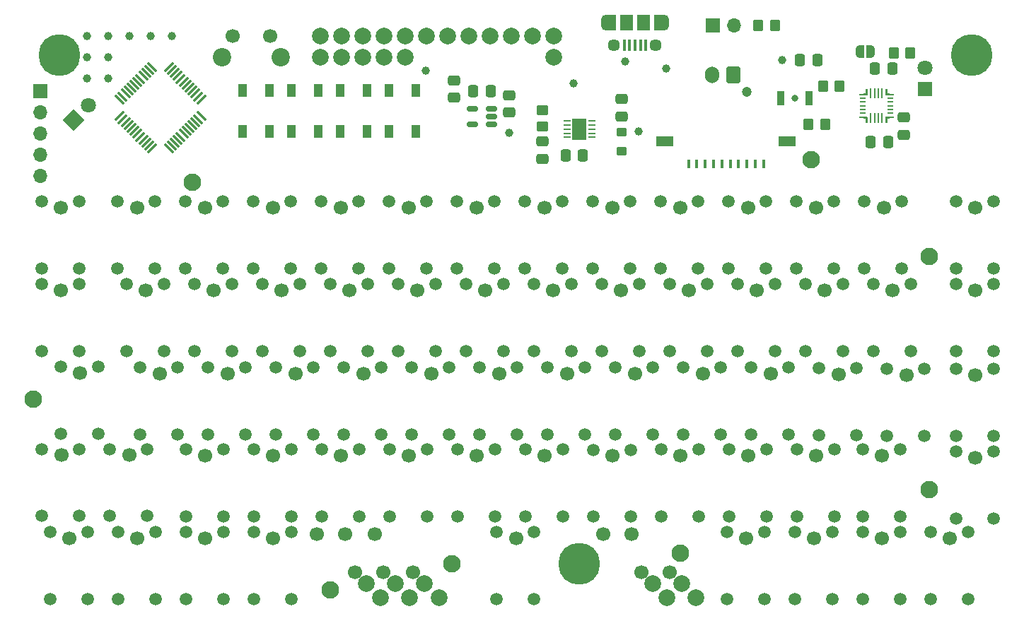
<source format=gbr>
%TF.GenerationSoftware,KiCad,Pcbnew,6.0.0-rc1-unknown-d76c6bc884~144~ubuntu21.10.1*%
%TF.CreationDate,2021-11-30T16:14:45+00:00*%
%TF.ProjectId,tad2_bottom,74616432-5f62-46f7-9474-6f6d2e6b6963,rev?*%
%TF.SameCoordinates,Original*%
%TF.FileFunction,Soldermask,Top*%
%TF.FilePolarity,Negative*%
%FSLAX46Y46*%
G04 Gerber Fmt 4.6, Leading zero omitted, Abs format (unit mm)*
G04 Created by KiCad (PCBNEW 6.0.0-rc1-unknown-d76c6bc884~144~ubuntu21.10.1) date 2021-11-30 16:14:45*
%MOMM*%
%LPD*%
G01*
G04 APERTURE LIST*
G04 Aperture macros list*
%AMRoundRect*
0 Rectangle with rounded corners*
0 $1 Rounding radius*
0 $2 $3 $4 $5 $6 $7 $8 $9 X,Y pos of 4 corners*
0 Add a 4 corners polygon primitive as box body*
4,1,4,$2,$3,$4,$5,$6,$7,$8,$9,$2,$3,0*
0 Add four circle primitives for the rounded corners*
1,1,$1+$1,$2,$3*
1,1,$1+$1,$4,$5*
1,1,$1+$1,$6,$7*
1,1,$1+$1,$8,$9*
0 Add four rect primitives between the rounded corners*
20,1,$1+$1,$2,$3,$4,$5,0*
20,1,$1+$1,$4,$5,$6,$7,0*
20,1,$1+$1,$6,$7,$8,$9,0*
20,1,$1+$1,$8,$9,$2,$3,0*%
%AMRotRect*
0 Rectangle, with rotation*
0 The origin of the aperture is its center*
0 $1 length*
0 $2 width*
0 $3 Rotation angle, in degrees counterclockwise*
0 Add horizontal line*
21,1,$1,$2,0,0,$3*%
%AMFreePoly0*
4,1,26,0.100004,0.512504,0.100005,0.512500,0.100005,-0.406498,0.100006,-0.406500,0.100004,-0.406502,0.100004,-0.406504,0.100003,-0.406504,-0.005996,-0.512504,-0.006000,-0.512506,-0.006002,-0.512505,-0.700000,-0.512505,-0.700004,-0.512504,-0.700005,-0.512500,-0.700005,-0.287500,-0.700004,-0.287496,-0.700000,-0.287495,-0.200005,-0.287495,-0.200005,0.012500,-0.200004,0.012504,-0.200000,0.012505,
-0.100005,0.012505,-0.100005,0.512500,-0.100004,0.512504,-0.100000,0.512505,0.100000,0.512505,0.100004,0.512504,0.100004,0.512504,$1*%
%AMFreePoly1*
4,1,21,0.100004,0.512504,0.100005,0.512500,0.100005,0.012505,0.200000,0.012505,0.200004,0.012504,0.200005,0.012500,0.200005,-0.287495,0.700000,-0.287495,0.700004,-0.287496,0.700005,-0.287500,0.700005,-0.512500,0.700004,-0.512504,0.700000,-0.512505,-0.100000,-0.512505,-0.100004,-0.512504,-0.100005,-0.512500,-0.100005,0.512500,-0.100004,0.512504,-0.100000,0.512505,0.100000,0.512505,
0.100004,0.512504,0.100004,0.512504,$1*%
%AMFreePoly2*
4,1,21,0.100004,0.512504,0.100005,0.512500,0.100005,-0.512500,0.100004,-0.512504,0.100000,-0.512505,-0.700000,-0.512505,-0.700004,-0.512504,-0.700005,-0.512500,-0.700005,-0.287500,-0.700004,-0.287496,-0.700000,-0.287495,-0.200005,-0.287495,-0.200005,0.012500,-0.200004,0.012504,-0.200000,0.012505,-0.100005,0.012505,-0.100005,0.512500,-0.100004,0.512504,-0.100000,0.512505,0.100000,0.512505,
0.100004,0.512504,0.100004,0.512504,$1*%
%AMFreePoly3*
4,1,22,0.500000,-0.750000,0.000000,-0.750000,0.000000,-0.745033,-0.079941,-0.743568,-0.215256,-0.701293,-0.333266,-0.622738,-0.424486,-0.514219,-0.481581,-0.384460,-0.499164,-0.250000,-0.500000,-0.250000,-0.500000,0.250000,-0.499164,0.250000,-0.499963,0.256109,-0.478152,0.396186,-0.417904,0.524511,-0.324060,0.630769,-0.204165,0.706417,-0.067858,0.745374,0.000000,0.744959,0.000000,0.750000,
0.500000,0.750000,0.500000,-0.750000,0.500000,-0.750000,$1*%
%AMFreePoly4*
4,1,20,0.000000,0.744959,0.073905,0.744508,0.209726,0.703889,0.328688,0.626782,0.421226,0.519385,0.479903,0.390333,0.500000,0.250000,0.500000,-0.250000,0.499851,-0.262216,0.476331,-0.402017,0.414519,-0.529596,0.319384,-0.634700,0.198574,-0.708877,0.061801,-0.746166,0.000000,-0.745033,0.000000,-0.750000,-0.500000,-0.750000,-0.500000,0.750000,0.000000,0.750000,0.000000,0.744959,
0.000000,0.744959,$1*%
G04 Aperture macros list end*
%ADD10RoundRect,0.250000X0.475000X-0.337500X0.475000X0.337500X-0.475000X0.337500X-0.475000X-0.337500X0*%
%ADD11C,1.500000*%
%ADD12C,1.700000*%
%ADD13R,1.700000X1.700000*%
%ADD14O,1.700000X1.700000*%
%ADD15C,2.000000*%
%ADD16R,1.000000X1.500000*%
%ADD17C,1.000000*%
%ADD18R,0.400000X1.000000*%
%ADD19R,2.000000X1.300000*%
%ADD20RoundRect,0.075000X0.415425X0.521491X-0.521491X-0.415425X-0.415425X-0.521491X0.521491X0.415425X0*%
%ADD21RoundRect,0.075000X-0.415425X0.521491X-0.521491X0.415425X0.415425X-0.521491X0.521491X-0.415425X0*%
%ADD22C,2.100000*%
%ADD23RoundRect,0.250000X-0.350000X-0.450000X0.350000X-0.450000X0.350000X0.450000X-0.350000X0.450000X0*%
%ADD24RoundRect,0.150000X0.512500X0.150000X-0.512500X0.150000X-0.512500X-0.150000X0.512500X-0.150000X0*%
%ADD25RoundRect,0.250000X0.350000X0.450000X-0.350000X0.450000X-0.350000X-0.450000X0.350000X-0.450000X0*%
%ADD26C,2.200000*%
%ADD27RoundRect,0.250000X-0.475000X0.337500X-0.475000X-0.337500X0.475000X-0.337500X0.475000X0.337500X0*%
%ADD28C,5.000000*%
%ADD29R,0.400000X1.350000*%
%ADD30R,1.200000X1.900000*%
%ADD31C,1.450000*%
%ADD32O,1.200000X1.900000*%
%ADD33R,1.500000X1.900000*%
%ADD34C,0.800000*%
%ADD35R,0.900000X1.700000*%
%ADD36RotRect,1.800000X1.800000X45.000000*%
%ADD37C,1.800000*%
%ADD38RoundRect,0.062500X0.350000X0.062500X-0.350000X0.062500X-0.350000X-0.062500X0.350000X-0.062500X0*%
%ADD39R,1.700000X2.500000*%
%ADD40FreePoly0,90.000000*%
%ADD41R,0.200000X1.200000*%
%ADD42FreePoly1,270.000000*%
%ADD43R,0.800000X0.200000*%
%ADD44FreePoly2,270.000000*%
%ADD45FreePoly1,90.000000*%
%ADD46FreePoly3,0.000000*%
%ADD47FreePoly4,0.000000*%
%ADD48RoundRect,0.250000X0.350000X-0.275000X0.350000X0.275000X-0.350000X0.275000X-0.350000X-0.275000X0*%
%ADD49RoundRect,0.250000X-0.337500X-0.475000X0.337500X-0.475000X0.337500X0.475000X-0.337500X0.475000X0*%
%ADD50R,1.800000X1.800000*%
%ADD51RoundRect,0.250000X0.337500X0.475000X-0.337500X0.475000X-0.337500X-0.475000X0.337500X-0.475000X0*%
%ADD52RoundRect,0.250000X0.450000X-0.350000X0.450000X0.350000X-0.450000X0.350000X-0.450000X-0.350000X0*%
%ADD53C,1.200000*%
%ADD54RoundRect,0.250000X0.600000X0.750000X-0.600000X0.750000X-0.600000X-0.750000X0.600000X-0.750000X0*%
%ADD55O,1.700000X2.000000*%
G04 APERTURE END LIST*
D10*
%TO.C,C8*%
X93218000Y-107260300D03*
X93218000Y-105185300D03*
%TD*%
D11*
%TO.C,S_'1*%
X130248000Y-137899000D03*
X134748000Y-145899000D03*
X134748000Y-137899000D03*
X130248000Y-145899000D03*
D12*
X132600500Y-138613000D03*
%TD*%
D11*
%TO.C,S_;1*%
X122120000Y-137795000D03*
X126620000Y-145795000D03*
X126620000Y-137795000D03*
X122120000Y-145795000D03*
D12*
X124472500Y-138509000D03*
%TD*%
D11*
%TO.C,S_ENTER1*%
X146666000Y-137975000D03*
X151166000Y-145975000D03*
X151166000Y-137975000D03*
X146666000Y-145975000D03*
D12*
X149018500Y-138689000D03*
%TD*%
D13*
%TO.C,J4*%
X37033200Y-104698800D03*
D14*
X37033200Y-107238800D03*
X37033200Y-109778800D03*
X37033200Y-112318800D03*
X37033200Y-114858800D03*
%TD*%
D15*
%TO.C,*%
X98552000Y-98094800D03*
%TD*%
D16*
%TO.C,D3*%
X67107000Y-109511000D03*
X70307000Y-109511000D03*
X70307000Y-104611000D03*
X67107000Y-104611000D03*
%TD*%
D15*
%TO.C,*%
X73152000Y-98094800D03*
%TD*%
D17*
%TO.C,BATV*%
X108661200Y-109524800D03*
%TD*%
D11*
%TO.C,S_MAC1*%
X143618000Y-157533000D03*
X148118000Y-165533000D03*
X148118000Y-157533000D03*
X143618000Y-165533000D03*
D12*
X145970500Y-158247000D03*
%TD*%
D18*
%TO.C,J1*%
X123652000Y-113424800D03*
X122652000Y-113424800D03*
X121652000Y-113424800D03*
X120652000Y-113424800D03*
X119652000Y-113424800D03*
X118652000Y-113424800D03*
X117652000Y-113424800D03*
X116652000Y-113424800D03*
X115652000Y-113424800D03*
X114652000Y-113424800D03*
D19*
X126452000Y-110724800D03*
X111852000Y-110724800D03*
%TD*%
D11*
%TO.C,S_O1*%
X112376000Y-127815000D03*
X116876000Y-135815000D03*
X116876000Y-127815000D03*
X112376000Y-135815000D03*
D12*
X114728500Y-128529000D03*
%TD*%
D11*
%TO.C,S_[1*%
X128632000Y-127815000D03*
X133132000Y-127815000D03*
X133132000Y-135815000D03*
X128632000Y-135815000D03*
D12*
X130984500Y-128529000D03*
%TD*%
D20*
%TO.C,U1*%
X56322876Y-105681212D03*
X55969322Y-105327658D03*
X55615769Y-104974105D03*
X55262215Y-104620551D03*
X54908662Y-104266998D03*
X54555109Y-103913445D03*
X54201555Y-103559891D03*
X53848002Y-103206338D03*
X53494449Y-102852785D03*
X53140895Y-102499231D03*
X52787342Y-102145678D03*
X52433788Y-101792124D03*
D21*
X50436212Y-101792124D03*
X50082658Y-102145678D03*
X49729105Y-102499231D03*
X49375551Y-102852785D03*
X49021998Y-103206338D03*
X48668445Y-103559891D03*
X48314891Y-103913445D03*
X47961338Y-104266998D03*
X47607785Y-104620551D03*
X47254231Y-104974105D03*
X46900678Y-105327658D03*
X46547124Y-105681212D03*
D20*
X46547124Y-107678788D03*
X46900678Y-108032342D03*
X47254231Y-108385895D03*
X47607785Y-108739449D03*
X47961338Y-109093002D03*
X48314891Y-109446555D03*
X48668445Y-109800109D03*
X49021998Y-110153662D03*
X49375551Y-110507215D03*
X49729105Y-110860769D03*
X50082658Y-111214322D03*
X50436212Y-111567876D03*
D21*
X52433788Y-111567876D03*
X52787342Y-111214322D03*
X53140895Y-110860769D03*
X53494449Y-110507215D03*
X53848002Y-110153662D03*
X54201555Y-109800109D03*
X54555109Y-109446555D03*
X54908662Y-109093002D03*
X55262215Y-108739449D03*
X55615769Y-108385895D03*
X55969322Y-108032342D03*
X56322876Y-107678788D03*
%TD*%
D22*
%TO.C,H8*%
X143510000Y-124460000D03*
%TD*%
%TO.C,H6*%
X86360000Y-161290000D03*
%TD*%
D11*
%TO.C,S_TAB1*%
X37192000Y-127815000D03*
X41692000Y-127815000D03*
X41692000Y-135815000D03*
X37192000Y-135815000D03*
D12*
X39544500Y-128529000D03*
%TD*%
D11*
%TO.C,S_8*%
X103160000Y-117909000D03*
X107660000Y-117909000D03*
X107660000Y-125909000D03*
X103160000Y-125909000D03*
D12*
X105512500Y-118623000D03*
%TD*%
D11*
%TO.C,S_+1*%
X135672000Y-117909000D03*
X140172000Y-125909000D03*
X140172000Y-117909000D03*
X135672000Y-125909000D03*
D12*
X138024500Y-118623000D03*
%TD*%
D11*
%TO.C,S_3*%
X62520000Y-117909000D03*
X67020000Y-117909000D03*
X67020000Y-125909000D03*
X62520000Y-125909000D03*
D12*
X64872500Y-118623000D03*
%TD*%
D11*
%TO.C,S_RSH1*%
X146666000Y-147881000D03*
X151166000Y-155881000D03*
X151166000Y-147881000D03*
X146666000Y-155881000D03*
D12*
X149018500Y-148595000D03*
%TD*%
D11*
%TO.C,S_X1*%
X62592000Y-147627000D03*
X67092000Y-147627000D03*
X67092000Y-155627000D03*
X62592000Y-155627000D03*
D12*
X64944500Y-148341000D03*
%TD*%
D17*
%TO.C,TP4*%
X125857000Y-100965000D03*
%TD*%
D15*
%TO.C,*%
X88392000Y-98094800D03*
%TD*%
D11*
%TO.C,S_I1*%
X104248000Y-127815000D03*
X108748000Y-135815000D03*
X108748000Y-127815000D03*
X104248000Y-135815000D03*
D12*
X106600500Y-128529000D03*
%TD*%
D11*
%TO.C,S_D1*%
X65224000Y-137795000D03*
X69724000Y-145795000D03*
X69724000Y-137795000D03*
X65224000Y-145795000D03*
D12*
X67576500Y-138509000D03*
%TD*%
D15*
%TO.C,*%
X73152000Y-100634800D03*
%TD*%
D11*
%TO.C,S_CTR1*%
X39478000Y-137721000D03*
X43978000Y-137721000D03*
X43978000Y-145721000D03*
X39478000Y-145721000D03*
D12*
X41830500Y-138435000D03*
%TD*%
D11*
%TO.C,S_L1*%
X113992000Y-137795000D03*
X118492000Y-145795000D03*
X118492000Y-137795000D03*
X113992000Y-145795000D03*
D12*
X116344500Y-138509000D03*
%TD*%
D11*
%TO.C,S_J1*%
X97736000Y-137795000D03*
X102236000Y-145795000D03*
X102236000Y-137795000D03*
X97736000Y-145795000D03*
D12*
X100088500Y-138509000D03*
%TD*%
D15*
%TO.C,*%
X96012000Y-98094800D03*
%TD*%
D11*
%TO.C,S_T1*%
X79864000Y-127815000D03*
X84364000Y-127815000D03*
X84364000Y-135815000D03*
X79864000Y-135815000D03*
D12*
X82216500Y-128529000D03*
%TD*%
D23*
%TO.C,R2*%
X129032000Y-108634800D03*
X131032000Y-108634800D03*
%TD*%
D11*
%TO.C,S_2*%
X54392000Y-117917000D03*
X58892000Y-117917000D03*
X58892000Y-125917000D03*
X54392000Y-125917000D03*
D12*
X56744500Y-118631000D03*
%TD*%
D15*
%TO.C,*%
X93472000Y-98094800D03*
%TD*%
D11*
%TO.C,S_SPC1*%
X91640000Y-157533000D03*
X96140000Y-165533000D03*
X96140000Y-157533000D03*
X91640000Y-165533000D03*
D12*
X93992500Y-158247000D03*
%TD*%
D11*
%TO.C,S_LSH1*%
X37212000Y-147574000D03*
X41712000Y-155574000D03*
X41712000Y-147574000D03*
X37212000Y-155574000D03*
D12*
X39564500Y-148288000D03*
%TD*%
D11*
%TO.C,S_RFN1*%
X135490000Y-157533000D03*
X139990000Y-165533000D03*
X139990000Y-157533000D03*
X135490000Y-165533000D03*
D12*
X137842500Y-158247000D03*
%TD*%
D11*
%TO.C,S_\u005C1*%
X138414000Y-137975000D03*
X142914000Y-145975000D03*
X142914000Y-137975000D03*
X138414000Y-145975000D03*
D12*
X140766500Y-138689000D03*
%TD*%
D11*
%TO.C,S_1*%
X46264000Y-117909000D03*
X50764000Y-125909000D03*
X50764000Y-117909000D03*
X46264000Y-125909000D03*
D12*
X48616500Y-118623000D03*
%TD*%
D22*
%TO.C,H11*%
X71755000Y-164465000D03*
%TD*%
D17*
%TO.C,3V3*%
X52832000Y-98094800D03*
%TD*%
D24*
%TO.C,U3*%
X91053500Y-108696800D03*
X91053500Y-107746800D03*
X91053500Y-106796800D03*
X88778500Y-106796800D03*
X88778500Y-108696800D03*
%TD*%
D11*
%TO.C,S_/1*%
X127616000Y-147627000D03*
X132116000Y-147627000D03*
X132116000Y-155627000D03*
X127616000Y-155627000D03*
D12*
X129968500Y-148341000D03*
%TD*%
D11*
%TO.C,S_7*%
X95032000Y-117909000D03*
X99532000Y-125909000D03*
X99532000Y-117909000D03*
X95032000Y-125909000D03*
D12*
X97384500Y-118623000D03*
%TD*%
D16*
%TO.C,D4*%
X72949000Y-109511000D03*
X76149000Y-109511000D03*
X76149000Y-104611000D03*
X72949000Y-104611000D03*
%TD*%
D17*
%TO.C,TP14*%
X45212000Y-103174800D03*
%TD*%
D25*
%TO.C,R5*%
X125000000Y-96824800D03*
X123000000Y-96824800D03*
%TD*%
D17*
%TO.C,GND*%
X42672000Y-98094800D03*
%TD*%
D11*
%TO.C,S_P1*%
X120504000Y-127815000D03*
X125004000Y-127815000D03*
X125004000Y-135815000D03*
X120504000Y-135815000D03*
D12*
X122856500Y-128529000D03*
%TD*%
D26*
%TO.C,POWER1*%
X58821000Y-100594800D03*
X65821000Y-100594800D03*
D12*
X60071000Y-98094800D03*
X64571000Y-98094800D03*
%TD*%
D23*
%TO.C,R1*%
X139208000Y-100076000D03*
X141208000Y-100076000D03*
%TD*%
D11*
%TO.C,S_-1*%
X127544000Y-117909000D03*
X132044000Y-125909000D03*
X132044000Y-117909000D03*
X127544000Y-125909000D03*
D12*
X129896500Y-118623000D03*
%TD*%
D11*
%TO.C,S_]1*%
X136760000Y-127815000D03*
X141260000Y-127815000D03*
X141260000Y-135815000D03*
X136760000Y-135815000D03*
D12*
X139112500Y-128529000D03*
%TD*%
D15*
%TO.C,S_MB2*%
X81224154Y-165408154D03*
D12*
X78145764Y-162312087D03*
D15*
X79517905Y-163701905D03*
D12*
X73565834Y-157732156D03*
%TD*%
D27*
%TO.C,C5*%
X106680000Y-105642500D03*
X106680000Y-107717500D03*
%TD*%
D17*
%TO.C,TP15*%
X42672000Y-103174800D03*
%TD*%
%TO.C,TP12*%
X45212000Y-100634800D03*
%TD*%
%TO.C,TP13*%
X42672000Y-100634800D03*
%TD*%
%TO.C,TP1*%
X107102020Y-101089063D03*
%TD*%
D28*
%TO.C,H2*%
X148590000Y-100330000D03*
%TD*%
D11*
%TO.C,S_U1*%
X96120000Y-127815000D03*
X100620000Y-127815000D03*
X100620000Y-135815000D03*
X96120000Y-135815000D03*
D12*
X98472500Y-128529000D03*
%TD*%
D22*
%TO.C,H4*%
X36195000Y-141605000D03*
%TD*%
D29*
%TO.C,J2*%
X109550000Y-99200000D03*
X108900000Y-99200000D03*
X108250000Y-99200000D03*
X107600000Y-99200000D03*
X106950000Y-99200000D03*
D30*
X111150000Y-96500000D03*
D31*
X110750000Y-99200000D03*
D32*
X111750000Y-96500000D03*
D30*
X105350000Y-96500000D03*
D32*
X104750000Y-96500000D03*
D33*
X107250000Y-96500000D03*
X109250000Y-96500000D03*
D31*
X105750000Y-99200000D03*
%TD*%
D11*
%TO.C,S_RIG1*%
X127362000Y-157533000D03*
X131862000Y-157533000D03*
X131862000Y-165533000D03*
X127362000Y-165533000D03*
D12*
X129714500Y-158247000D03*
%TD*%
D11*
%TO.C,S_LHY1*%
X38208000Y-157533000D03*
X42708000Y-157533000D03*
X42708000Y-165533000D03*
X38208000Y-165533000D03*
D12*
X40560500Y-158247000D03*
%TD*%
D15*
%TO.C,*%
X75692000Y-100634800D03*
%TD*%
D11*
%TO.C,S_.1*%
X119488000Y-147627000D03*
X123988000Y-155627000D03*
X123988000Y-147627000D03*
X119488000Y-155627000D03*
D12*
X121840500Y-148341000D03*
%TD*%
D15*
%TO.C,*%
X98552000Y-100634800D03*
%TD*%
%TO.C,*%
X78232000Y-98094800D03*
%TD*%
%TO.C,S_MB5*%
X115514154Y-165408154D03*
D12*
X112435764Y-162312087D03*
D15*
X113807905Y-163701905D03*
D12*
X107855834Y-157732156D03*
%TD*%
D11*
%TO.C,S_4*%
X70648000Y-117909000D03*
X75148000Y-125909000D03*
X75148000Y-117909000D03*
X70648000Y-125909000D03*
D12*
X73000500Y-118623000D03*
%TD*%
D11*
%TO.C,S_C1*%
X70720000Y-147627000D03*
X75220000Y-147627000D03*
X75220000Y-155627000D03*
X70720000Y-155627000D03*
D12*
X73072500Y-148341000D03*
%TD*%
D15*
%TO.C,*%
X75692000Y-98094800D03*
%TD*%
D11*
%TO.C,S_TIL1*%
X135490000Y-147627000D03*
X139990000Y-147627000D03*
X139990000Y-155627000D03*
X135490000Y-155627000D03*
D12*
X137842500Y-148341000D03*
%TD*%
D17*
%TO.C,5V*%
X50292000Y-98094800D03*
%TD*%
D11*
%TO.C,S_H1*%
X89608000Y-137795000D03*
X94108000Y-137795000D03*
X94108000Y-145795000D03*
X89608000Y-145795000D03*
D12*
X91960500Y-138509000D03*
%TD*%
D34*
%TO.C,SW1*%
X127402000Y-105544800D03*
D35*
X125702000Y-105544800D03*
X129102000Y-105544800D03*
%TD*%
D16*
%TO.C,D5*%
X78791000Y-109511000D03*
X81991000Y-109511000D03*
X81991000Y-104611000D03*
X78791000Y-104611000D03*
%TD*%
D22*
%TO.C,H7*%
X143510000Y-152400000D03*
%TD*%
D10*
%TO.C,C3*%
X140462000Y-109927300D03*
X140462000Y-107852300D03*
%TD*%
D17*
%TO.C,TP11*%
X45212000Y-98094800D03*
%TD*%
%TO.C,TP2*%
X112014000Y-101981000D03*
%TD*%
D15*
%TO.C,*%
X83312000Y-98094800D03*
%TD*%
D22*
%TO.C,H10*%
X113665000Y-160020000D03*
%TD*%
D17*
%TO.C,GND*%
X100852000Y-103714800D03*
%TD*%
D36*
%TO.C,D6*%
X41008439Y-108140361D03*
D37*
X42804490Y-106344310D03*
%TD*%
D11*
%TO.C,S_K1*%
X105864000Y-137795000D03*
X110364000Y-145795000D03*
X110364000Y-137795000D03*
X105864000Y-145795000D03*
D12*
X108216500Y-138509000D03*
%TD*%
D38*
%TO.C,U2*%
X103062500Y-110220000D03*
X103062500Y-109720000D03*
X103062500Y-109220000D03*
X103062500Y-108720000D03*
X103062500Y-108220000D03*
X100137500Y-108220000D03*
X100137500Y-108720000D03*
X100137500Y-109220000D03*
X100137500Y-109720000D03*
X100137500Y-110220000D03*
D39*
X101600000Y-109220000D03*
%TD*%
D15*
%TO.C,*%
X80772000Y-100634800D03*
%TD*%
D28*
%TO.C,H3*%
X101600000Y-161290000D03*
%TD*%
D40*
%TO.C,BM1*%
X135629500Y-107776000D03*
D41*
X136492000Y-107876000D03*
X136942000Y-107876000D03*
X137392000Y-107876000D03*
X137842000Y-107876000D03*
D42*
X138704500Y-107776000D03*
D43*
X138817000Y-107326000D03*
X138817000Y-106876000D03*
X138817000Y-106426000D03*
X138817000Y-105976000D03*
X138817000Y-105526000D03*
D44*
X138704500Y-105076000D03*
D41*
X137842000Y-104976000D03*
X137392000Y-104976000D03*
X136942000Y-104976000D03*
X136492000Y-104976000D03*
D45*
X135629500Y-105076000D03*
D43*
X135517000Y-105526000D03*
X135517000Y-105976000D03*
X135517000Y-106426000D03*
X135517000Y-106876000D03*
X135517000Y-107326000D03*
%TD*%
D22*
%TO.C,H5*%
X55245000Y-115570000D03*
%TD*%
D11*
%TO.C,S_DOWN1*%
X62592000Y-157533000D03*
X67092000Y-157533000D03*
X67092000Y-165533000D03*
X62592000Y-165533000D03*
D12*
X64944500Y-158247000D03*
%TD*%
D11*
%TO.C,S_A1*%
X48968000Y-137795000D03*
X53468000Y-145795000D03*
X53468000Y-137795000D03*
X48968000Y-145795000D03*
D12*
X51320500Y-138509000D03*
%TD*%
D11*
%TO.C,S_BCK1*%
X146666000Y-127815000D03*
X151166000Y-135815000D03*
X151166000Y-127815000D03*
X146666000Y-135815000D03*
D12*
X149018500Y-128529000D03*
%TD*%
D15*
%TO.C,S_MB3*%
X84763154Y-165408154D03*
D12*
X81684764Y-162312087D03*
D15*
X83056905Y-163701905D03*
D12*
X77104834Y-157732156D03*
%TD*%
D11*
%TO.C,S_10*%
X119416000Y-117909000D03*
X123916000Y-125909000D03*
X123916000Y-117909000D03*
X119416000Y-125909000D03*
D12*
X121768500Y-118623000D03*
%TD*%
D11*
%TO.C,S_DEL1*%
X146666000Y-117909000D03*
X151166000Y-117909000D03*
X151166000Y-125909000D03*
X146666000Y-125909000D03*
D12*
X149018500Y-118623000D03*
%TD*%
D11*
%TO.C,S_R1*%
X71736000Y-127815000D03*
X76236000Y-127815000D03*
X76236000Y-135815000D03*
X71736000Y-135815000D03*
D12*
X74088500Y-128529000D03*
%TD*%
D11*
%TO.C,S_B1*%
X86976000Y-147627000D03*
X91476000Y-147627000D03*
X91476000Y-155627000D03*
X86976000Y-155627000D03*
D12*
X89328500Y-148341000D03*
%TD*%
D11*
%TO.C,S_Q1*%
X47352000Y-127815000D03*
X51852000Y-135815000D03*
X51852000Y-127815000D03*
X47352000Y-135815000D03*
D12*
X49704500Y-128529000D03*
%TD*%
D11*
%TO.C,S_M1*%
X103232000Y-147675500D03*
X107732000Y-155675500D03*
X107732000Y-147675500D03*
X103232000Y-155675500D03*
D12*
X105584500Y-148389500D03*
%TD*%
D46*
%TO.C,JP2*%
X135189200Y-99974400D03*
D47*
X136489200Y-99974400D03*
%TD*%
D17*
%TO.C,3V3*%
X83185000Y-102235000D03*
%TD*%
D15*
%TO.C,S_MB4*%
X112068154Y-165408154D03*
D12*
X108989764Y-162312087D03*
D15*
X110361905Y-163701905D03*
D12*
X104409834Y-157732156D03*
%TD*%
D11*
%TO.C,S_LEF1*%
X119234000Y-157533000D03*
X123734000Y-157533000D03*
X123734000Y-165533000D03*
X119234000Y-165533000D03*
D12*
X121586500Y-158247000D03*
%TD*%
D48*
%TO.C,L3*%
X106680000Y-111894000D03*
X106680000Y-109594000D03*
%TD*%
D49*
%TO.C,C1*%
X136462500Y-110794800D03*
X138537500Y-110794800D03*
%TD*%
D15*
%TO.C,*%
X80772000Y-98094800D03*
%TD*%
D11*
%TO.C,S_ESC1*%
X37192000Y-117909000D03*
X41692000Y-117909000D03*
X41692000Y-125909000D03*
X37192000Y-125909000D03*
D12*
X39544500Y-118623000D03*
%TD*%
D11*
%TO.C,S_W1*%
X55480000Y-127815000D03*
X59980000Y-135815000D03*
X59980000Y-127815000D03*
X55480000Y-135815000D03*
D12*
X57832500Y-128529000D03*
%TD*%
D16*
%TO.C,D2*%
X61265000Y-109511000D03*
X64465000Y-109511000D03*
X64465000Y-104611000D03*
X61265000Y-104611000D03*
%TD*%
D17*
%TO.C,TP8*%
X47752000Y-98094800D03*
%TD*%
D10*
%TO.C,C6*%
X97155000Y-112797500D03*
X97155000Y-110722500D03*
%TD*%
D11*
%TO.C,S_V1*%
X78848000Y-147627000D03*
X83348000Y-147627000D03*
X83348000Y-155627000D03*
X78848000Y-155627000D03*
D12*
X81200500Y-148341000D03*
%TD*%
D10*
%TO.C,C10*%
X86614000Y-105482300D03*
X86614000Y-103407300D03*
%TD*%
D15*
%TO.C,*%
X90932000Y-98094800D03*
%TD*%
%TO.C,*%
X70612000Y-100634800D03*
%TD*%
D50*
%TO.C,D1*%
X143002000Y-104444800D03*
D37*
X143002000Y-101904800D03*
%TD*%
D49*
%TO.C,C4*%
X136962500Y-102000000D03*
X139037500Y-102000000D03*
%TD*%
D51*
%TO.C,C13*%
X130098800Y-100939600D03*
X128023800Y-100939600D03*
%TD*%
D11*
%TO.C,S_5*%
X78776000Y-117909000D03*
X83276000Y-125909000D03*
X83276000Y-117909000D03*
X78776000Y-125909000D03*
D12*
X81128500Y-118623000D03*
%TD*%
D49*
%TO.C,C7*%
X99927500Y-112395000D03*
X102002500Y-112395000D03*
%TD*%
D22*
%TO.C,H9*%
X129352000Y-112864800D03*
%TD*%
D25*
%TO.C,R3*%
X132756438Y-104125122D03*
X130756438Y-104125122D03*
%TD*%
D11*
%TO.C,S_Y1*%
X87992000Y-127815000D03*
X92492000Y-127815000D03*
X92492000Y-135815000D03*
X87992000Y-135815000D03*
D12*
X90344500Y-128529000D03*
%TD*%
D11*
%TO.C,S_G1*%
X81480000Y-137795000D03*
X85980000Y-137795000D03*
X85980000Y-145795000D03*
X81480000Y-145795000D03*
D12*
X83832500Y-138509000D03*
%TD*%
D11*
%TO.C,S_N1*%
X95104000Y-147627000D03*
X99604000Y-147627000D03*
X99604000Y-155627000D03*
X95104000Y-155627000D03*
D12*
X97456500Y-148341000D03*
%TD*%
D15*
%TO.C,S_MB1*%
X77778154Y-165408154D03*
D12*
X74699764Y-162312087D03*
D15*
X76071905Y-163701905D03*
D12*
X70119834Y-157732156D03*
%TD*%
D15*
%TO.C,*%
X78232000Y-100634800D03*
%TD*%
D11*
%TO.C,S_9*%
X111288000Y-117909000D03*
X115788000Y-117909000D03*
X115788000Y-125909000D03*
X111288000Y-125909000D03*
D12*
X113640500Y-118623000D03*
%TD*%
D49*
%TO.C,C9*%
X88878500Y-104698800D03*
X90953500Y-104698800D03*
%TD*%
D15*
%TO.C,*%
X70612000Y-98094800D03*
%TD*%
D11*
%TO.C,S_ALT1*%
X45340000Y-147574000D03*
X49840000Y-147574000D03*
X49840000Y-155574000D03*
X45340000Y-155574000D03*
D12*
X47692500Y-148288000D03*
%TD*%
D28*
%TO.C,H1*%
X39370000Y-100330000D03*
%TD*%
D11*
%TO.C,S_6*%
X86904000Y-117909000D03*
X91404000Y-117909000D03*
X91404000Y-125909000D03*
X86904000Y-125909000D03*
D12*
X89256500Y-118623000D03*
%TD*%
D17*
%TO.C,5V1*%
X93218000Y-109651800D03*
%TD*%
D11*
%TO.C,S_LFN1*%
X46336000Y-157533000D03*
X50836000Y-157533000D03*
X50836000Y-165533000D03*
X46336000Y-165533000D03*
D12*
X48688500Y-158247000D03*
%TD*%
D15*
%TO.C,*%
X85852000Y-98094800D03*
%TD*%
D11*
%TO.C,S_S1*%
X57096000Y-137795000D03*
X61596000Y-145795000D03*
X61596000Y-137795000D03*
X57096000Y-145795000D03*
D12*
X59448500Y-138509000D03*
%TD*%
D11*
%TO.C,S_Z1*%
X54464000Y-147627000D03*
X58964000Y-155627000D03*
X58964000Y-147627000D03*
X54464000Y-155627000D03*
D12*
X56816500Y-148341000D03*
%TD*%
D11*
%TO.C,S_E1*%
X63608000Y-127815000D03*
X68108000Y-135815000D03*
X68108000Y-127815000D03*
X63608000Y-135815000D03*
D12*
X65960500Y-128529000D03*
%TD*%
D11*
%TO.C,S_UP1*%
X54464000Y-157533000D03*
X58964000Y-157533000D03*
X58964000Y-165533000D03*
X54464000Y-165533000D03*
D12*
X56816500Y-158247000D03*
%TD*%
D11*
%TO.C,S_\u002C1*%
X111360000Y-147627000D03*
X115860000Y-155627000D03*
X115860000Y-147627000D03*
X111360000Y-155627000D03*
D12*
X113712500Y-148341000D03*
%TD*%
D52*
%TO.C,R6*%
X97155000Y-108950000D03*
X97155000Y-106950000D03*
%TD*%
D11*
%TO.C,S_F1*%
X73352000Y-137795000D03*
X77852000Y-145795000D03*
X77852000Y-137795000D03*
X73352000Y-145795000D03*
D12*
X75704500Y-138509000D03*
%TD*%
D53*
%TO.C,BT1*%
X121600000Y-104760000D03*
D54*
X120000000Y-102760000D03*
D55*
X117500000Y-102760000D03*
%TD*%
D13*
%TO.C,TH1*%
X117571600Y-96774000D03*
D14*
X120111600Y-96774000D03*
%TD*%
M02*

</source>
